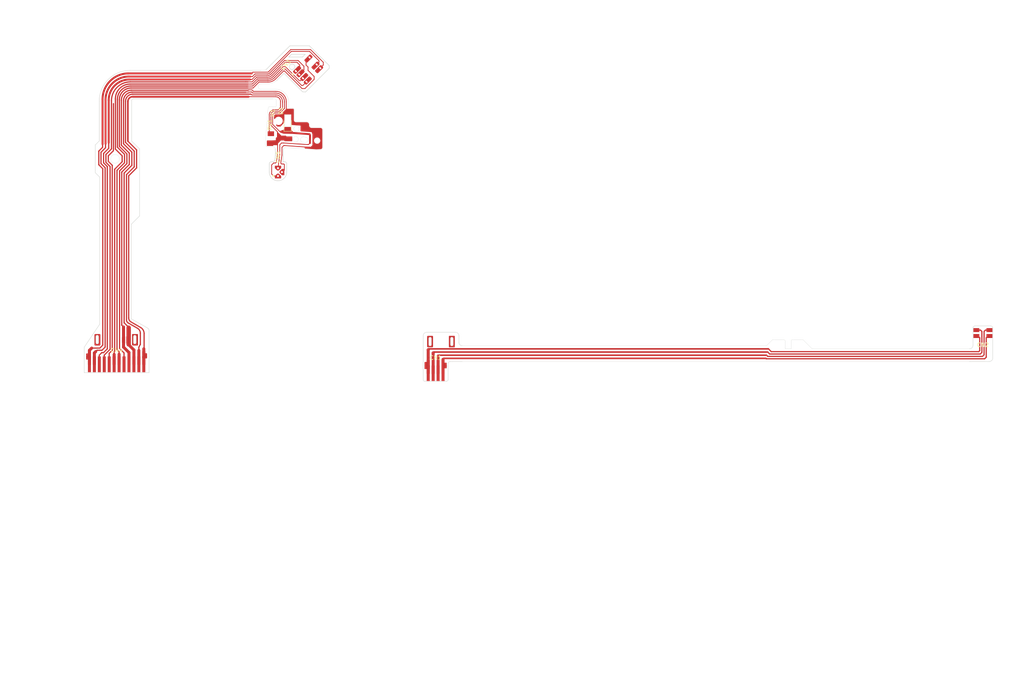
<source format=kicad_pcb>
(kicad_pcb (version 20240108) (generator "pcbnew") (generator_version "8.0")
  (title_block (title "KSS-220A Flexible PCB Reproductions") (date "2024-08-16") (rev "0.1"))
  (layers (0 "F.Cu" signal) (31 "B.Cu" signal) (34 "B.Paste" user) (35 "F.Paste" user) (36 "B.SilkS" user "B.Silkscreen") (37 "F.SilkS" user "F.Silkscreen") (38 "B.Mask" user) (39 "F.Mask" user) (44 "Edge.Cuts" user))
  (net 0 "")
  (net 1 "/B")
  (net 2 "/E")
  (net 3 "/K")
  (net 4 "/LD")
  (net 5 "/C")
  (net 6 "/D")
  (net 7 "/PD")
  (net 8 "/A")
  (net 9 "/F")
  (net 10 "Net-(CN1-Pin_4)")
  (net 11 "Net-(CN1-Pin_3)")
  (net 12 "Net-(CN1-Pin_1)")
  (net 13 "Net-(CN1-Pin_2)")
  (net 15 "/GND1")
  (net 16 "/GND3")
  (net 17 "/GND2")
  (footprint "CDR-30A:Flexible_PCB_Conn_1x4_P1.25mm" (layer "F.Cu") (at 134.55 110.15 180)
    (property "Reference" "CN1" (at 0 1.95 0) (layer "F.SilkS"))
    (property "Value" "Flex_PCB_Edge_Conn_01x4_P1.25mm")
    (fp_line (start 3.15 -3.55) (end 3.15 7.5) (stroke (width 0.1)) (layer "Edge.Cuts"))
    (fp_line (start 2.25 8.4) (end -5 8.4) (stroke (width 0.1)) (layer "Edge.Cuts"))
    (fp_line (start 1.7 6.8) (end 1.7 5.3) (stroke (width 0.1)) (layer "Edge.Cuts"))
    (fp_line (start 1.1 5.3) (end 1.1 6.8) (stroke (width 0.1)) (layer "Edge.Cuts"))
    (fp_line (start -2.7 -4) (end 2.7 -4) (stroke (width 0.1)) (layer "Edge.Cuts"))
    (fp_line (start -3.15 0.5) (end -3.15 -3.55) (stroke (width 0.1)) (layer "Edge.Cuts"))
    (fp_line (start -3.8 6.8) (end -3.8 5.3) (stroke (width 0.1)) (layer "Edge.Cuts"))
    (fp_line (start -4.4 5.3) (end -4.4 6.8) (stroke (width 0.1)) (layer "Edge.Cuts"))
    (fp_line (start -5.9 7.5) (end -5.9 5.8) (stroke (width 0.1)) (layer "Edge.Cuts"))
    (fp_line (start -6.7 1) (end -3.649999 1.000001) (stroke (width 0.1)) (layer "Edge.Cuts"))
    (fp_arc (start 3.15 7.5) (mid 2.886396 8.136396) (end 2.25 8.4) (stroke (width 0.1)) (layer "Edge.Cuts"))
    (fp_arc (start 2.7 -4) (mid 3.018198 -3.868198) (end 3.15 -3.55) (stroke (width 0.1)) (layer "Edge.Cuts"))
    (fp_arc (start 1.7 6.8) (mid 1.4 7.1) (end 1.1 6.8) (stroke (width 0.1)) (layer "Edge.Cuts"))
    (fp_arc (start 1.1 5.3) (mid 1.4 5) (end 1.7 5.3) (stroke (width 0.1)) (layer "Edge.Cuts"))
    (fp_arc (start -3.149999 0.500001) (mid -3.296446 0.853554) (end -3.649999 1.000001) (stroke (width 0.1)) (layer "Edge.Cuts"))
    (fp_arc (start -3.15 -3.55) (mid -3.018198 -3.868198) (end -2.7 -4) (stroke (width 0.1)) (layer "Edge.Cuts"))
    (fp_arc (start -3.8 6.8) (mid -4.1 7.1) (end -4.4 6.8) (stroke (width 0.1)) (layer "Edge.Cuts"))
    (fp_arc (start -4.4 5.3) (mid -4.1 5) (end -3.8 5.3) (stroke (width 0.1)) (layer "Edge.Cuts"))
    (fp_arc (start -5 8.4) (mid -5.636396 8.136396) (end -5.9 7.5) (stroke (width 0.1)) (layer "Edge.Cuts"))
    (fp_arc (start -6.7 5) (mid -6.134315 5.234315) (end -5.9 5.8) (stroke (width 0.1)) (layer "Edge.Cuts"))
    (pad "1" connect rect (at -2.15 -0.35 180) (size 1.3 0.7) (layers "F.Cu" "F.Mask") (net 12 "Net-(CN1-Pin_1)"))
    (pad "1" connect rect (at -1.875 -1.975 180) (size 0.75 3.95) (layers "F.Cu" "F.Mask") (net 12 "Net-(CN1-Pin_1)"))
    (pad "2" connect rect (at -0.625 -1.975 180) (size 0.75 3.95) (layers "F.Cu" "F.Mask") (net 13 "Net-(CN1-Pin_2)"))
    (pad "3" connect rect (at 0.625 -1.975 180) (size 0.75 3.95) (layers "F.Cu" "F.Mask") (net 11 "Net-(CN1-Pin_3)"))
    (pad "4" connect rect (at 1.875 -1.975 180) (size 0.75 3.95) (layers "F.Cu" "F.Mask") (net 10 "Net-(CN1-Pin_4)"))
    (pad "4" connect rect (at 2.15 -0.45 180) (size 1.3 0.9) (layers "F.Cu" "F.Mask") (net 10 "Net-(CN1-Pin_4)"))
  )
  (footprint "CDR-30A:Laser_Diode_Pads" (layer "F.Cu") (at 94.7 61.25 90)
    (property "Reference" "CN5" (at 3.8 0.05 90) (layer "F.SilkS"))
    (property "Value" "Laser_Diode_Flex_Conn_3P")
    (fp_line (start 2.1 -2.2) (end 0 -2.2) (stroke (width 0.12)) (layer "Edge.Cuts"))
    (fp_line (start 2.6 -1.7) (end 2.6 -1.15) (stroke (width 0.12)) (layer "Edge.Cuts"))
    (fp_line (start 2.95 -0.8) (end 2.6 -1.15) (stroke (width 0.12)) (layer "Edge.Cuts"))
    (fp_line (start 5.9 -0.65) (end 4.4 -0.65) (stroke (width 0.12)) (layer "Edge.Cuts"))
    (fp_line (start 4.4 -0.65) (end 2.95 -0.8) (stroke (width 0.12)) (layer "Edge.Cuts"))
    (fp_line (start 3.25 1.25) (end 2.6 1.25) (stroke (width 0.12)) (layer "Edge.Cuts"))
    (fp_line (start 3.25 1.25) (end 4.15 1.35) (stroke (width 0.12)) (layer "Edge.Cuts"))
    (fp_line (start 4.15 1.35) (end 5.9 1.35) (stroke (width 0.12)) (layer "Edge.Cuts"))
    (fp_line (start 2.6 1.7) (end 2.6 1.25) (stroke (width 0.12)) (layer "Edge.Cuts"))
    (fp_line (start 0 2.2) (end 2.1 2.2) (stroke (width 0.12)) (layer "Edge.Cuts"))
    (fp_arc (start 2.1 -2.2) (mid 2.453553 -2.053553) (end 2.6 -1.7) (stroke (width 0.12)) (layer "Edge.Cuts"))
    (fp_arc (start 2.6 1.7) (mid 2.453553 2.053553) (end 2.1 2.2) (stroke (width 0.12)) (layer "Edge.Cuts"))
    (fp_arc (start 0 2.2) (mid -2.2 0) (end 0 -2.2) (stroke (width 0.12)) (layer "Edge.Cuts"))
    (pad "1" thru_hole roundrect (at -1 0) (size 1.6 1.2) (drill 0.5) (layers "*.Cu" "*.Mask") (remove_unused_layers yes) (roundrect_rratio 0) (chamfer_ratio 0.5) (chamfer top_left top_right) (net 7 "/PD"))
    (pad "2" thru_hole roundrect (at 0 1 90) (size 1.6 1.2) (drill 0.5) (layers "*.Cu" "*.Mask") (remove_unused_layers yes) (roundrect_rratio 0) (chamfer_ratio 0.5) (chamfer top_left top_right) (net 17 "/GND2"))
    (pad "3" thru_hole roundrect (at 1 0 180) (size 1.6 1.2) (drill 0.5) (layers "*.Cu" "*.Mask") (remove_unused_layers yes) (roundrect_rratio 0) (chamfer_ratio 0.5) (chamfer top_left top_right) (net 4 "/LD"))
  )
  (footprint "CDR-30A:MountingHole_1.6mm_Pad" (layer "F.Cu") (at 94.85 48.3)
    (property "Reference" "H1" (at -1.5 -2 90) (layer "F.SilkS"))
    (property "Value" "MountingHole_Flex_Pad_MP")
    (pad "1" thru_hole circle (at 0 0) (size 2.3 2.3) (drill 1.6) (layers "*.Cu" "*.Mask") (remove_unused_layers yes))
  )
  (footprint "CDR-30A:Potentiometer_Flex_Pads" (layer "F.Cu") (at 94.3 52.85 90)
    (property "Reference" "RV1" (at 3.55 -1.6 90) (layer "F.SilkS"))
    (property "Value" "R_Potentiometer_Flex")
    (pad "1" smd rect (at 1.3 -1.4 90) (size 1.2 1.6) (layers "F.Cu" "F.Paste" "F.Mask") (net 16 "/GND3"))
    (pad "2" smd rect (at -1.2 -1.6 90) (size 1.2 1.6) (layers "F.Cu" "F.Paste" "F.Mask") (net 7 "/PD"))
    (pad "3" smd rect (at 0 3 90) (size 1.2 2) (layers "F.Cu" "F.Paste" "F.Mask") (net 7 "/PD"))
  )
  (footprint "CDR-30A:FLEX_SOIC-LIKE_8_3.9x4.9mm_P1.27mm" (layer "F.Cu") (at 102.3 35.35 45)
    (property "Reference" "CN3" (at -3.146625 -4.843681 45) (layer "F.SilkS"))
    (property "Value" "Photodetector_Flex_Conn")
    (fp_line (start -5.1 -3.65) (end -7.5 -3.65) (stroke (width 0.12)) (layer "Edge.Cuts"))
    (fp_line (start -4.95 -3.5) (end -5.1 -3.65) (stroke (width 0.12)) (layer "Edge.Cuts"))
    (fp_line (start -4.95 -3.5) (end -4.95 3) (stroke (width 0.12)) (layer "Edge.Cuts"))
    (fp_line (start -1.2 -5.7) (end -0.2 -5.7) (stroke (width 0.12)) (layer "Edge.Cuts"))
    (fp_line (start 1 -7.5) (end -7.5 -7.5) (stroke (width 0.12)) (layer "Edge.Cuts"))
    (fp_line (start -0.2 -5.7) (end 2.25 -3.25) (stroke (width 0.12)) (layer "Edge.Cuts"))
    (fp_line (start 1.25 -3.250001) (end -1.2 -5.7) (stroke (width 0.12)) (layer "Edge.Cuts"))
    (fp_line (start -4.95 3) (end -4.45 3.55) (stroke (width 0.12)) (layer "Edge.Cuts"))
    (fp_line (start 2.25 -3.25) (end 1.25 -3.250001) (stroke (width 0.12)) (layer "Edge.Cuts"))
    (fp_line (start -4.45 3.55) (end 4 3.55) (stroke (width 0.12)) (layer "Edge.Cuts"))
    (fp_line (start 4.5 -4.000001) (end 1 -7.5) (stroke (width 0.12)) (layer "Edge.Cuts"))
    (fp_line (start 4.5 3.05) (end 4.5 -4.000001) (stroke (width 0.12)) (layer "Edge.Cuts"))
    (fp_line (start 4 3.55) (end 4.5 3.05) (stroke (width 0.12)) (layer "Edge.Cuts"))
    (fp_circle (center -2.35 -3.35) (end -1.65 -3.35) (stroke (width 0.12)) (fill none) (layer "Edge.Cuts"))
    (pad "1" thru_hole roundrect (at -2.45 -1.905 45) (size 2.2 1) (drill oval 0.4 0.6 (offset 0.45 0)) (layers "*.Cu" "*.Mask") (remove_unused_layers yes) (net 6 "/D"))
    (pad "2" thru_hole roundrect (at 2.45 -1.905 225) (size 2.2 1) (drill oval 0.4 0.6 (offset 0.4 0)) (layers "*.Cu" "*.Mask") (remove_unused_layers yes) (net 9 "/F"))
    (pad "3" thru_hole roundrect (at -2.45 -0.7 45) (size 2.2 1) (drill oval 0.4 0.6 (offset 0.45 0)) (layers "*.Cu" "*.Mask") (remove_unused_layers yes) (net 5 "/C"))
    (pad "4" thru_hole roundrect (at 2.45 -0.7 225) (size 2.2 1) (drill oval 0.4 0.6 (offset 0.4 0)) (layers "*.Cu" "*.Mask") (remove_unused_layers yes))
    (pad "5" thru_hole roundrect (at -2.45 0.635 45) (size 2.2 1) (drill oval 0.4 0.6 (offset 0.45 0)) (layers "*.Cu" "*.Mask") (remove_unused_layers yes) (net 3 "/K"))
    (pad "6" thru_hole roundrect (at 2.45 0.63 225) (size 2.2 1) (drill oval 0.4 0.6 (offset 0.4 0)) (layers "*.Cu" "*.Mask") (remove_unused_layers yes) (net 8 "/A"))
    (pad "7" thru_hole roundrect (at -2.45 1.899999 45) (size 2.2 1) (drill oval 0.4 0.6 (offset 0.45 0)) (layers "*.Cu" "*.Mask") (remove_unused_layers yes) (net 2 "/E"))
    (pad "8" thru_hole roundrect (at 2.45 1.899999 225) (size 2.2 1) (drill oval 0.4 0.6 (offset 0.4 0)) (layers "*.Cu" "*.Mask") (remove_unused_layers yes) (net 1 "/B"))
  )
  (footprint "CDR-30A:Flexible_PCB_Conn_1x12_P1.25mm" (layer "F.Cu") (at 53.9 107.85 180)
    (property "Reference" "CN4" (at 0 1.5 0) (layer "F.SilkS"))
    (property "Value" "Flex_PCB_Edge_Conn_01x12_P1.25mm")
    (fp_line (start 8.2 -4.1) (end 8.2 2.3) (stroke (width 0.1)) (layer "Edge.Cuts"))
    (fp_line (start 5.4 53.45) (end 5.4 46.45) (stroke (width 0.1)) (layer "Edge.Cuts"))
    (fp_line (start 5.4 46.45) (end 4.3 45.35) (stroke (width 0.1)) (layer "Edge.Cuts"))
    (fp_line (start 5.2 5) (end 5.2 3.5) (stroke (width 0.1)) (layer "Edge.Cuts"))
    (fp_line (start 4.6 3.5) (end 4.6 5) (stroke (width 0.1)) (layer "Edge.Cuts"))
    (fp_line (start 4.4 64.5) (end 4.4 54.45) (stroke (width 0.1)) (layer "Edge.Cuts"))
    (fp_line (start 4.4 54.45) (end 5.4 53.45) (stroke (width 0.1)) (layer "Edge.Cuts"))
    (fp_line (start 4.3 45.35) (end 4.3 8.1) (stroke (width 0.1)) (layer "Edge.Cuts"))
    (fp_line (start 4.3 8.1) (end 8.199957 2.29997) (stroke (width 0.1)) (layer "Edge.Cuts"))
    (fp_line (start -3.7 33.4) (end -5.8 35.5) (stroke (width 0.1)) (layer "Edge.Cuts"))
    (fp_line (start -3.7 9.5) (end -3.7 33.4) (stroke (width 0.1)) (layer "Edge.Cuts"))
    (fp_line (start -3.8 54.45) (end -3.8 64.65) (stroke (width 0.1)) (layer "Edge.Cuts"))
    (fp_line (start -4.25 65.1) (end -39.5 65.1) (stroke (width 0.1)) (layer "Edge.Cuts"))
    (fp_line (start -4.3 5) (end -4.3 3.5) (stroke (width 0.1)) (layer "Edge.Cuts"))
    (fp_line (start -4.9 3.5) (end -4.9 5) (stroke (width 0.1)) (layer "Edge.Cuts"))
    (fp_line (start -5.8 52.45) (end -3.8 54.45) (stroke (width 0.1)) (layer "Edge.Cuts"))
    (fp_line (start -5.8 35.5) (end -5.8 52.45) (stroke (width 0.1)) (layer "Edge.Cuts"))
    (fp_line (start -7.7 7.25) (end -3.7 9.5) (stroke (width 0.1)) (layer "Edge.Cuts"))
    (fp_line (start -8.04177 6.993267) (end -7.7 7.25) (stroke (width 0.1)) (layer "Edge.Cuts"))
    (fp_line (start -8.2 6.55) (end -8.2 -4.1) (stroke (width 0.1)) (layer "Edge.Cuts"))
    (fp_line (start -8.2 -4.1) (end 8.2 -4.1) (stroke (width 0.1)) (layer "Edge.Cuts"))
    (fp_line (start -36.5 72.3) (end -3.4 72.3) (stroke (width 0.1)) (layer "Edge.Cuts"))
    (fp_arc (start 5.2 5) (mid 4.9 5.3) (end 4.6 5) (stroke (width 0.1)) (layer "Edge.Cuts"))
    (fp_arc (start 4.6 3.5) (mid 4.9 3.2) (end 5.2 3.5) (stroke (width 0.1)) (layer "Edge.Cuts"))
    (fp_arc (start 4.4 64.5) (mid 2.115433 70.015433) (end -3.4 72.3) (stroke (width 0.1)) (layer "Edge.Cuts"))
    (fp_arc (start -3.8 64.65) (mid -3.931802 64.968198) (end -4.25 65.1) (stroke (width 0.1)) (layer "Edge.Cuts"))
    (fp_arc (start -4.3 5) (mid -4.6 5.3) (end -4.9 5) (stroke (width 0.1)) (layer "Edge.Cuts"))
    (fp_arc (start -4.9 3.5) (mid -4.6 3.2) (end -4.3 3.5) (stroke (width 0.1)) (layer "Edge.Cuts"))
    (fp_arc (start -8.04177 6.993267) (mid -8.159257 6.785331) (end -8.2 6.55) (stroke (width 0.1)) (layer "Edge.Cuts"))
    (fp_circle (center 0.4 49.95) (end 0.4 51.05) (stroke (width 0.05)) (fill none) (layer "Edge.Cuts"))
    (pad "1" connect rect (at -7.1 -0.25 180) (size 1.2 0.5) (layers "F.Cu" "F.Mask") (net 16 "/GND3"))
    (pad "1" connect rect (at -6.875 -2 180) (size 0.75 4) (layers "F.Cu" "F.Mask") (net 16 "/GND3"))
    (pad "2" connect rect (at -5.625 -2 180) (size 0.75 4) (layers "F.Cu" "F.Mask") (net 7 "/PD"))
    (pad "3" connect rect (at -4.375 -2 180) (size 0.75 4) (layers "F.Cu" "F.Mask") (net 4 "/LD"))
    (pad "3" smd trapezoid (at -2.85 4.15) (size 0.8 1.6) (rect_delta 0.2 0) (layers "F.Cu" "F.Paste" "F.Mask") (net 4 "/LD"))
    (pad "4" connect rect (at -3.125 -2 180) (size 0.75 4) (layers "F.Cu" "F.Mask") (net 17 "/GND2"))
    (pad "4" smd trapezoid (at -1.75 4.15 180) (size 0.8 1.6) (rect_delta 0.2 0) (layers "F.Cu" "F.Paste" "F.Mask") (net 17 "/GND2"))
    (pad "5" connect rect (at -1.875 -2 180) (size 0.75 4) (layers "F.Cu" "F.Mask") (net 9 "/F"))
    (pad "6" connect rect (at -0.625 -2 180) (size 0.75 4) (layers "F.Cu" "F.Mask") (net 2 "/E"))
    (pad "7" connect rect (at 0.625 -2 180) (size 0.75 4) (layers "F.Cu" "F.Mask") (net 3 "/K"))
    (pad "8" connect rect (at 1.875 -2 180) (size 0.75 4) (layers "F.Cu" "F.Mask") (net 15 "/GND1"))
    (pad "9" connect rect (at 3.125 -2 180) (size 0.75 4) (layers "F.Cu" "F.Mask") (net 6 "/D"))
    (pad "10" connect rect (at 4.375 -2 180) (size 0.75 4) (layers "F.Cu" "F.Mask") (net 5 "/C"))
    (pad "11" connect rect (at 5.625 -2 180) (size 0.75 4) (layers "F.Cu" "F.Mask") (net 8 "/A"))
    (pad "12" connect rect (at 6.875 -2 180) (size 0.75 4) (layers "F.Cu" "F.Mask") (net 1 "/B"))
    (pad "12" connect rect (at 7.1 -0.4 180) (size 1.2 0.8) (layers "F.Cu" "F.Mask") (net 1 "/B"))
  )
  (footprint "CDR-30A:Diode_Flex_Pads" (layer "F.Cu") (at 97.15 48.25 90)
    (property "Reference" "D1" (at 2.475 -1.7 90) (layer "F.SilkS"))
    (property "Value" "Diode_Flex")
    (pad "1" smd roundrect (at -2.1 0 270) (size 1 1.7) (layers "F.Cu" "F.Paste" "F.Mask") (roundrect_rratio 0.1785714286) (net 4 "/LD"))
    (pad "2" smd roundrect (at 2.1 0 90) (size 1 1.7) (layers "F.Cu" "F.Paste" "F.Mask") (roundrect_rratio 0.1785714286) (net 17 "/GND2"))
  )
  (footprint "CDR-30A:Focus_Tracking_Coil_Pads" (layer "F.Cu") (at 272.9 101.95)
    (property "Reference" "CN2" (at 0 3 0) (layer "F.SilkS"))
    (property "Value" "Focus_Tracking_Coil_Pads")
    (fp_line (start -2.5 3.1) (end -2.500001 -1.300001) (stroke (width 0.1)) (layer "Edge.Cuts"))
    (fp_line (start -2.000001 -1.800001) (end 2 -1.8) (stroke (width 0.1)) (layer "Edge.Cuts"))
    (fp_line (start 1.6 7.2) (end -3.4 7.2) (stroke (width 0.1)) (layer "Edge.Cuts"))
    (fp_line (start 2.5 -1.3) (end 2.5 6.3) (stroke (width 0.1)) (layer "Edge.Cuts"))
    (fp_arc (start -2.500001 -1.300001) (mid -2.353554 -1.653554) (end -2.000001 -1.800001) (stroke (width 0.1)) (layer "Edge.Cuts"))
    (fp_arc (start -2.5 3.1) (mid -2.763604 3.736396) (end -3.4 4) (stroke (width 0.1)) (layer "Edge.Cuts"))
    (fp_arc (start 2 -1.8) (mid 2.353553 -1.653553) (end 2.5 -1.3) (stroke (width 0.1)) (layer "Edge.Cuts"))
    (fp_arc (start 2.5 6.3) (mid 2.236395 6.936395) (end 1.6 7.2) (stroke (width 0.1)) (layer "Edge.Cuts"))
    (pad "1" smd rect (at 1.65 0.75) (size 1.5 1) (layers "F.Cu" "F.Paste" "F.Mask") (net 12 "Net-(CN1-Pin_1)"))
    (pad "2" smd rect (at 1.65 -0.75) (size 1.5 1) (layers "F.Cu" "F.Paste" "F.Mask") (net 13 "Net-(CN1-Pin_2)"))
    (pad "3" smd rect (at -1.65 -0.75) (size 1.5 1) (layers "F.Cu" "F.Paste" "F.Mask") (net 11 "Net-(CN1-Pin_3)"))
    (pad "4" smd rect (at -1.65 0.75) (size 1.5 1) (layers "F.Cu" "F.Paste" "F.Mask") (net 10 "Net-(CN1-Pin_4)"))
  )
  (gr_line (start 92.4 44.75) (end 92.2 45.15) (stroke (width 0.05)) (layer "Edge.Cuts"))
  (gr_arc (start 103.2 50) (mid 102.811091 49.838909) (end 102.65 49.45) (stroke (width 0.05)) (layer "Edge.Cuts"))
  (gr_line (start 94 44.75) (end 92.4 44.75) (stroke (width 0.05)) (layer "Edge.Cuts"))
  (gr_circle (center 99.15 52.95) (end 99.85 52.95) (stroke (width 0.05)) (fill none) (layer "Edge.Cuts"))
  (gr_line (start 219.7 103.65) (end 218.2 105.15) (stroke (width 0.05)) (layer "Edge.Cuts"))
  (gr_line (start 141.25 109.15) (end 269.5 109.15) (stroke (width 0.05)) (layer "Edge.Cuts"))
  (gr_line (start 105.45 50) (end 103.2 50) (stroke (width 0.05)) (layer "Edge.Cuts"))
  (gr_circle (center 99.4 50.3) (end 100.1 50.3) (stroke (width 0.05)) (fill none) (layer "Edge.Cuts"))
  (gr_arc (start 97.7 45.05) (mid 97.487868 44.962132) (end 97.4 44.75) (stroke (width 0.05)) (layer "Edge.Cuts"))
  (gr_line (start 106 55.05) (end 106 50.55) (stroke (width 0.05)) (layer "Edge.Cuts"))
  (gr_line (start 229.75 105.95) (end 227.45 103.65) (stroke (width 0.05)) (layer "Edge.Cuts"))
  (gr_circle (center 104.6 53.3) (end 105.3 53.3) (stroke (width 0.05)) (fill none) (layer "Edge.Cuts"))
  (gr_line (start 96.05 55.35) (end 96.5 55.05) (stroke (width 0.05)) (layer "Edge.Cuts"))
  (gr_line (start 222.55 103.65) (end 219.7 103.65) (stroke (width 0.05)) (layer "Edge.Cuts"))
  (gr_line (start 93.4 42.75) (end 93.9 42.75) (stroke (width 0.05)) (layer "Edge.Cuts"))
  (gr_line (start 90.4 38.95) (end 91.85 38.95) (stroke (width 0.05)) (layer "Edge.Cuts"))
  (gr_line (start 96.5 55.05) (end 104.4 55.6) (stroke (width 0.05)) (layer "Edge.Cuts"))
  (gr_line (start 227.45 103.65) (end 224.65 103.65) (stroke (width 0.05)) (layer "Edge.Cuts"))
  (gr_line (start 92.2 45.15) (end 91.5 54.1) (stroke (width 0.05)) (layer "Edge.Cuts"))
  (gr_arc (start 224.45 103.85) (mid 224.508579 103.708579) (end 224.65 103.65) (stroke (width 0.05)) (layer "Edge.Cuts"))
  (gr_line (start 98.35 45.05) (end 97.7 45.05) (stroke (width 0.05)) (layer "Edge.Cuts"))
  (gr_line (start 97.4 43.55) (end 97.4 44.35) (stroke (width 0.05)) (layer "Edge.Cuts"))
  (gr_line (start 101.95 48.55) (end 99.250001 48.549999) (stroke (width 0.05)) (layer "Edge.Cuts"))
  (gr_line (start 97.4 44.35) (end 97.4 44.75) (stroke (width 0.05)) (layer "Edge.Cuts"))
  (gr_arc (start 101.95 48.55) (mid 102.444975 48.755025) (end 102.65 49.25) (stroke (width 0.05)) (layer "Edge.Cuts"))
  (gr_arc (start 94.25 44.5) (mid 94.176777 44.676777) (end 94 44.75) (stroke (width 0.05)) (layer "Edge.Cuts"))
  (gr_arc (start 92.2 54.9) (mid 91.668493 54.658819) (end 91.5 54.1) (stroke (width 0.05)) (layer "Edge.Cuts"))
  (gr_line (start 224.45 105.95) (end 222.95 105.95) (stroke (width 0.05)) (layer "Edge.Cuts"))
  (gr_line (start 222.95 105.95) (end 222.95 104.05) (stroke (width 0.05)) (layer "Edge.Cuts"))
  (gr_arc (start 106 55.05) (mid 105.86003 55.376527) (end 105.55 55.55) (stroke (width 0.05)) (layer "Edge.Cuts"))
  (gr_line (start 98.800002 48.1) (end 98.8 45.5) (stroke (width 0.05)) (layer "Edge.Cuts"))
  (gr_arc (start 101.6 52.4) (mid 102.3 53.1) (end 101.6 53.8) (stroke (width 0.05)) (layer "Edge.Cuts"))
  (gr_arc (start 94.2 40.35) (mid 96.462742 41.287258) (end 97.4 43.55) (stroke (width 0.05)) (layer "Edge.Cuts"))
  (gr_arc (start 222.55 103.65) (mid 222.832843 103.767157) (end 222.95 104.05) (stroke (width 0.05)) (layer "Edge.Cuts"))
  (gr_line (start 224.45 103.85) (end 224.45 105.95) (stroke (width 0.05)) (layer "Edge.Cuts"))
  (gr_arc (start 101.1 53.75) (mid 100.4 53.05) (end 101.1 52.35) (stroke (width 0.05)) (layer "Edge.Cuts"))
  (gr_line (start 92.2 54.9) (end 93.85 54.9) (stroke (width 0.05)) (layer "Edge.Cuts"))
  (gr_line (start 218.2 105.15) (end 141.25 105.15) (stroke (width 0.05)) (layer "Edge.Cuts"))
  (gr_line (start 104.4 55.6) (end 105.55 55.55) (stroke (width 0.05)) (layer "Edge.Cuts"))
  (gr_line (start 102.65 49.45) (end 102.65 49.25) (stroke (width 0.05)) (layer "Edge.Cuts"))
  (gr_arc (start 99.250001 48.549999) (mid 98.931803 48.418198) (end 98.800002 48.1) (stroke (width 0.05)) (layer "Edge.Cuts"))
  (gr_line (start 269.5 105.95) (end 229.75 105.95) (stroke (width 0.05)) (layer "Edge.Cuts"))
  (gr_rect (start 96.4 46.75) (end 97.95 49.75) (stroke (width 0.05)) (fill none) (layer "Edge.Cuts"))
  (gr_arc (start 94.415759 38.072361) (mid 93.206585 38.726658) (end 91.85 38.95) (stroke (width 0.05)) (layer "Edge.Cuts"))
  (gr_arc (start 91.693398 35.35) (mid 91.054444 35.500086) (end 90.4 35.55) (stroke (width 0.05)) (layer "Edge.Cuts"))
  (gr_line (start 101.1 52.35) (end 101.6 52.4) (stroke (width 0.05)) (layer "Edge.Cuts"))
  (gr_line (start 94.25 43.1) (end 94.25 44.5) (stroke (width 0.05)) (layer "Edge.Cuts"))
  (gr_line (start 101.1 53.75) (end 101.6 53.8) (stroke (width 0.05)) (layer "Edge.Cuts"))
  (gr_arc (start 98.35 45.050001) (mid 98.668198 45.181802) (end 98.799999 45.5) (stroke (width 0.05)) (layer "Edge.Cuts"))
  (gr_arc (start 105.45 50) (mid 105.838909 50.161091) (end 106 50.55) (stroke (width 0.05)) (layer "Edge.Cuts"))
  (gr_arc (start 90.4 40.35) (mid 89.7 39.65) (end 90.4 38.95) (stroke (width 0.05)) (layer "Edge.Cuts"))
  (gr_line (start 93.85 54.9) (end 94.05 55.35) (stroke (width 0.05)) (layer "Edge.Cuts"))
  (gr_line (start 94.2 40.35) (end 90.4 40.35) (stroke (width 0.05)) (layer "Edge.Cuts"))
  (gr_arc (start 93.9 42.75) (mid 94.147487 42.852513) (end 94.25 43.1) (stroke (width 0.05)) (layer "Edge.Cuts"))
  (segment (start 47.6 105.75) (end 47.025 106.325) (width 0.75) (layer "F.Cu") (net 1))
  (segment (start 88.35 36) (end 92.2 36) (width 0.2) (layer "F.Cu") (net 1))
  (segment (start 47.6 105.75) (end 49.65 105.75) (width 0.3) (layer "F.Cu") (net 1))
  (segment (start 106.137005 34.2) (end 105.375914 34.961091) (width 0.2) (layer "F.Cu") (net 1))
  (segment (start 50.35 42.845518) (end 50.35 54.2) (width 0.5) (layer "F.Cu") (net 1))
  (segment (start 49.4 59.4) (end 49.4 55.95) (width 0.3) (layer "F.Cu") (net 1))
  (segment (start 88.04242 36.30758) (end 88.35 36) (width 0.2) (layer "F.Cu") (net 1))
  (segment (start 56.846016 36.30758) (end 56.636191 36.315565) (width 0.5) (layer "F.Cu") (net 1))
  (segment (start 106.15 34.2) (end 106.137005 34.2) (width 0.2) (layer "F.Cu") (net 1))
  (segment (start 106.15 33.5) (end 106.15 34.2) (width 0.2) (layer "F.Cu") (net 1))
  (segment (start 50.35 55) (end 50.35 54.2) (width 0.3) (layer "F.Cu") (net 1))
  (segment (start 47.025 106.325) (end 47.025 109.85) (width 0.75) (layer "F.Cu") (net 1))
  (segment (start 102.95 30.3) (end 106.15 33.5) (width 0.2) (layer "F.Cu") (net 1))
  (segment (start 88.04242 36.30758) (end 56.846016 36.30758) (width 0.5) (layer "F.Cu") (net 1))
  (segment (start 50.4 105) (end 50.4 60.4) (width 0.3) (layer "F.Cu") (net 1))
  (segment (start 50.4 60.4) (end 49.4 59.4) (width 0.3) (layer "F.Cu") (net 1))
  (segment (start 97.9 30.3) (end 102.95 30.3) (width 0.2) (layer "F.Cu") (net 1))
  (segment (start 49.65 105.75) (end 50.4 105) (width 0.3) (layer "F.Cu") (net 1))
  (segment (start 49.4 55.95) (end 50.35 55) (width 0.3) (layer "F.Cu") (net 1))
  (segment (start 92.2 36) (end 97.9 30.3) (width 0.2) (layer "F.Cu") (net 1))
  (arc (start 56.636191 36.315565) (mid 52.17693 38.313508) (end 50.35 42.845518) (width 0.5) (layer "F.Cu") (net 1))
  (segment (start 96.513604 35.2) (end 100.663604 39.35) (width 0.2) (layer "F.Cu") (net 2))
  (segment (start 86.75 39.5) (end 87.1 39.5) (width 0.3) (layer "F.Cu") (net 2))
  (segment (start 93.798829 37.401171) (end 96 35.2) (width 0.2) (layer "F.Cu") (net 2))
  (segment (start 55.9 56.757106) (end 54.1 54.957106) (width 0.3) (layer "F.Cu") (net 2))
  (segment (start 87.1 39.5) (end 88.3 39.5) (width 0.2) (layer "F.Cu") (net 2))
  (segment (start 89.7 38.1) (end 92.111706 38.1) (width 0.2) (layer "F.Cu") (net 2))
  (segment (start 57.499535 39.5) (end 86.75 39.5) (width 0.3) (layer "F.Cu") (net 2))
  (segment (start 54.525 107.3) (end 54.525 106.675) (width 0.3) (layer "F.Cu") (net 2))
  (segment (start 100.663604 39.35) (end 100.987005 39.35) (width 0.2) (layer "F.Cu") (net 2))
  (segment (start 54.525 109.85) (end 54.525 107.3) (width 0.75) (layer "F.Cu") (net 2))
  (segment (start 88.3 39.5) (end 89.7 38.1) (width 0.2) (layer "F.Cu") (net 2))
  (segment (start 96 35.2) (end 96.513604 35.2) (width 0.2) (layer "F.Cu") (net 2))
  (segment (start 54.525 106.675) (end 54 106.15) (width 0.3) (layer "F.Cu") (net 2))
  (segment (start 100.987005 39.35) (end 101.911091 38.425914) (width 0.2) (layer "F.Cu") (net 2))
  (segment (start 54 60.8) (end 55.9 58.9) (width 0.3) (layer "F.Cu") (net 2))
  (segment (start 55.9 58.9) (end 55.9 56.757106) (width 0.3) (layer "F.Cu") (net 2))
  (segment (start 54 106.15) (end 54 60.8) (width 0.3) (layer "F.Cu") (net 2))
  (segment (start 54.1 54.957106) (end 54.1 42.899535) (width 0.3) (layer "F.Cu") (net 2))
  (arc (start 54.1 42.899535) (mid 55.095701 40.495701) (end 57.499535 39.5) (width 0.3) (layer "F.Cu") (net 2))
  (arc (start 92.111706 38.1) (mid 93.02477 37.91838) (end 93.798829 37.401171) (width 0.2) (layer "F.Cu") (net 2))
  (segment (start 88.2 39) (end 89.5 37.7) (width 0.2) (layer "F.Cu") (net 3))
  (segment (start 53.275 109.85) (end 53.275 107.35) (width 0.75) (layer "F.Cu") (net 3))
  (segment (start 53.4 106.5) (end 53.275 106.625) (width 0.3) (layer "F.Cu") (net 3))
  (segment (start 87.1 39) (end 57.332548 39) (width 0.3) (layer "F.Cu") (net 3))
  (segment (start 55.3 57.15) (end 55.3 58.65) (width 0.3) (layer "F.Cu") (net 3))
  (segment (start 100.398025 38.15) (end 101.016601 37.531424) (width 0.2) (layer "F.Cu") (net 3))
  (segment (start 96 34.6) (end 96.55 34.6) (width 0.2) (layer "F.Cu") (net 3))
  (segment (start 53.6 55.45) (end 55.3 57.15) (width 0.3) (layer "F.Cu") (net 3))
  (segment (start 100.1 38.15) (end 100.398025 38.15) (width 0.2) (layer "F.Cu") (net 3))
  (segment (start 53.4 60.55) (end 53.4 106.5) (width 0.3) (layer "F.Cu") (net 3))
  (segment (start 93.488246 37.111754) (end 96 34.6) (width 0.2) (layer "F.Cu") (net 3))
  (segment (start 87.1 39) (end 88.2 39) (width 0.2) (layer "F.Cu") (net 3))
  (segment (start 53.6 42.732548) (end 53.6 55.45) (width 0.3) (layer "F.Cu") (net 3))
  (segment (start 89.5 37.7) (end 92.068095 37.7) (width 0.2) (layer "F.Cu") (net 3))
  (segment (start 53.275 106.625) (end 53.275 107.35) (width 0.3) (layer "F.Cu") (net 3))
  (segment (start 96.55 34.6) (end 100.1 38.15) (width 0.2) (layer "F.Cu") (net 3))
  (segment (start 55.3 58.65) (end 53.4 60.55) (width 0.3) (layer "F.Cu") (net 3))
  (arc (start 92.068095 37.7) (mid 92.836675 37.54712) (end 93.488246 37.111754) (width 0.2) (layer "F.Cu") (net 3))
  (arc (start 57.332548 39) (mid 54.693238 40.093238) (end 53.6 42.732548) (width 0.3) (layer "F.Cu") (net 3))
  (segment (start 55.8 99.35) (end 55.8 61.5) (width 0.3) (layer "F.Cu") (net 4))
  (segment (start 55.65 54.1) (end 55.65 43.228989) (width 0.3) (layer "F.Cu") (net 4))
  (segment (start 56.95 100.5) (end 55.8 99.35) (width 0.3) (layer "F.Cu") (net 4))
  (segment (start 93.75 41.3) (end 94.134141 41.3) (width 0.2) (layer "F.Cu") (net 4))
  (segment (start 102.1 54.3) (end 102.4 54.3) (width 0.2) (layer "F.Cu") (net 4))
  (segment (start 94.7 60.25) (end 95.15 56.8) (width 0.2) (layer "F.Cu") (net 4))
  (segment (start 57.75 56.2) (end 55.65 54.1) (width 0.3) (layer "F.Cu") (net 4))
  (segment (start 88.35 41.3) (end 93.75 41.3) (width 0.2) (layer "F.Cu") (net 4))
  (segment (start 87.15 41.05) (end 87.2 41) (width 0.2) (layer "F.Cu") (net 4))
  (segment (start 88.05 41) (end 88.35 41.3) (width 0.2) (layer "F.Cu") (net 4))
  (segment (start 56.95 104.9) (end 56.95 104.8) (width 0.75) (layer "F.Cu") (net 4))
  (segment (start 95.6 53.9) (end 96.1 53.9) (width 0.2) (layer "F.Cu") (net 4))
  (segment (start 96.35 43.515859) (end 96.35 45.15) (width 0.2) (layer "F.Cu") (net 4))
  (segment (start 57.75 59.55) (end 57.75 56.2) (width 0.3) (layer "F.Cu") (net 4))
  (segment (start 58.275 106.225) (end 56.95 104.9) (width 0.75) (layer "F.Cu") (net 4))
  (segment (start 95.3 51.15) (end 96.8 51.15) (width 0.2) (layer "F.Cu") (net 4))
  (segment (start 58.275 109.85) (end 58.275 106.225) (width 0.75) (layer "F.Cu") (net 4))
  (segment (start 93.35 46.976056) (end 93.35 49.2) (width 0.2) (layer "F.Cu") (net 4))
  (segment (start 55.8 61.5) (end 57.75 59.55) (width 0.3) (layer "F.Cu") (net 4))
  (segment (start 95.2 46.3) (end 94.026056 46.3) (width 0.2) (layer "F.Cu") (net 4))
  (segment (start 56.95 104.8) (end 56.95 100.6) (width 1.1) (layer "F.Cu") (net 4))
  (segment (start 93.35 49.2) (end 95.3 51.15) (width 0.2) (layer "F.Cu") (net 4))
  (segment (start 56.95 100.6) (end 56.95 100.5) (width 0.3) (layer "F.Cu") (net 4))
  (segment (start 95.15 56.8) (end 95.15 54.35) (width 0.2) (layer "F.Cu") (net 4))
  (segment (start 96.35 45.15) (end 95.2 46.3) (width 0.2) (layer "F.Cu") (net 4))
  (segment (start 96.1 53.9) (end 102.1 54.3) (width 0.2) (layer "F.Cu") (net 4))
  (segment (start 95.15 54.35) (end 95.6 53.9) (width 0.2) (layer "F.Cu") (net 4))
  (segment (start 102.4 54.3) (end 102.75 53.95) (width 0.2) (layer "F.Cu") (net 4))
  (segment (start 96.8 51.15) (end 96.8 50.4) (width 0.2) (layer "F.Cu") (net 4))
  (segment (start 57.828989 41.05) (end 86.55 41.05) (width 0.3) (layer "F.Cu") (net 4))
  (segment (start 102.75 53.95) (end 102.75 53.85) (width 0.2) (layer "F.Cu") (net 4))
  (segment (start 87.2 41) (end 88.05 41) (width 0.2) (layer "F.Cu") (net 4))
  (segment (start 86.55 41.05) (end 87.15 41.05) (width 0.2) (layer "F.Cu") (net 4))
  (arc (start 94.026056 46.3) (mid 93.548012 46.498012) (end 93.35 46.976056) (width 0.2) (layer "F.Cu") (net 4))
  (arc (start 55.65 43.228989) (mid 56.288211 41.688211) (end 57.828989 41.05) (width 0.3) (layer "F.Cu") (net 4))
  (arc (start 94.134141 41.3) (mid 95.70099 41.94901) (end 96.35 43.515859) (width 0.2) (layer "F.Cu") (net 4))
  (segment (start 101.25 35.410051) (end 100.072614 36.587437) (width 0.2) (layer "F.Cu") (net 5))
  (segment (start 50.6 106.9) (end 51.55 105.95) (width 0.3) (layer "F.Cu") (net 5))
  (segment (start 99.8 33.05) (end 101.25 34.5) (width 0.2) (layer "F.Cu") (net 5))
  (segment (start 50.6 58.907106) (end 50.6 56.55) (width 0.3) (layer "F.Cu") (net 5))
  (segment (start 51.55 105.95) (end 51.55 59.857106) (width 0.3) (layer "F.Cu") (net 5))
  (segment (start 57.12606 37.85) (end 87.6 37.85) (width 0.5) (layer "F.Cu") (net 5))
  (segment (start 87.6 37.85) (end 88.125 37.85) (width 0.2) (layer "F.Cu") (net 5))
  (segment (start 49.525 109.85) (end 49.525 107.525) (width 0.3) (layer "F.Cu") (net 5))
  (segment (start 50.15 106.9) (end 50.6 106.9) (width 0.3) (layer "F.Cu") (net 5))
  (segment (start 101.25 35.810051) (end 100.095837 36.964214) (width 0.25) (layer "F.Cu") (net 5))
  (segment (start 89.075 36.9) (end 91.855642 36.9) (width 0.2) (layer "F.Cu") (net 5))
  (segment (start 51.9 55.25) (end 51.9 53.85) (width 0.3) (layer "F.Cu") (net 5))
  (segment (start 92.95563 36.44437) (end 96.35 33.05) (width 0.2) (layer "F.Cu") (net 5))
  (segment (start 96.35 33.05) (end 99.8 33.05) (width 0.2) (layer "F.Cu") (net 5))
  (segment (start 88.125 37.85) (end 89.075 36.9) (width 0.2) (layer "F.Cu") (net 5))
  (segment (start 50.6 56.55) (end 51.9 55.25) (width 0.3) (layer "F.Cu") (net 5))
  (segment (start 101.25 34.5) (end 101.25 35.410051) (width 0.2) (layer "F.Cu") (net 5))
  (segment (start 51.55 59.857106) (end 50.6 58.907106) (width 0.3) (layer "F.Cu") (net 5))
  (segment (start 51.9 53.85) (end 51.9 43.07606) (width 0.5) (layer "F.Cu") (net 5))
  (segment (start 49.525 107.525) (end 50.15 106.9) (width 0.3) (layer "F.Cu") (net 5))
  (arc (start 91.855642 36.9) (mid 92.450951 36.781586) (end 92.95563 36.44437) (width 0.2) (layer "F.Cu") (net 5))
  (arc (start 57.12606 37.85) (mid 53.430678 39.380678) (end 51.9 43.07606) (width 0.5) (layer "F.Cu") (net 5))
  (segment (start 50.775 109.85) (end 50.775 107.525) (width 0.3) (layer "F.Cu") (net 6))
  (segment (start 89.3 37.3) (end 91.987985 37.3) (width 0.2) (layer "F.Cu") (net 6))
  (segment (start 87.1 38.45) (end 88.15 38.45) (width 0.2) (layer "F.Cu") (net 6))
  (segment (start 52.25 106.05) (end 52.25 59.85) (width 0.3) (layer "F.Cu") (net 6))
  (segment (start 100.2 34.755923) (end 99.22055 35.735373) (width 0.2) (layer "F.Cu") (net 6))
  (segment (start 99.5 33.5) (end 100.2 34.2) (width 0.2) (layer "F.Cu") (net 6))
  (segment (start 51.2 56.8) (end 52.6 55.4) (width 0.3) (layer "F.Cu") (net 6))
  (segment (start 93.203471 36.796529) (end 96.5 33.5) (width 0.2) (layer "F.Cu") (net 6))
  (segment (start 50.775 107.525) (end 52.25 106.05) (width 0.3) (layer "F.Cu") (net 6))
  (segment (start 100.2 34.2) (end 100.2 34.755923) (width 0.2) (layer "F.Cu") (net 6))
  (segment (start 96.5 33.5) (end 99.5 33.5) (width 0.2) (layer "F.Cu") (net 6))
  (segment (start 99.62055 35.735373) (end 99.22055 35.735373) (width 0.2) (layer "F.Cu") (net 6))
  (segment (start 52.6 55.4) (end 52.6 43.225009) (width 0.3) (layer "F.Cu") (net 6))
  (segment (start 57.375009 38.45) (end 86.55 38.45) (width 0.3) (layer "F.Cu") (net 6))
  (segment (start 52.25 59.85) (end 51.2 58.8) (width 0.3) (layer "F.Cu") (net 6))
  (segment (start 86.55 38.45) (end 87.1 38.45) (width 0.3) (layer "F.Cu") (net 6))
  (segment (start 88.15 38.45) (end 89.3 37.3) (width 0.2) (layer "F.Cu") (net 6))
  (segment (start 51.2 58.8) (end 51.2 56.8) (width 0.3) (layer "F.Cu") (net 6))
  (arc (start 91.987985 37.3) (mid 92.645801 37.169152) (end 93.203471 36.796529) (width 0.2) (layer "F.Cu") (net 6))
  (arc (start 52.6 43.225009) (mid 53.998568 39.848568) (end 57.375009 38.45) (width 0.3) (layer "F.Cu") (net 6))
  (segment (start 93.1 61.75) (end 93.1 59.45) (width 0.2) (layer "F.Cu") (net 7))
  (segment (start 59.9 104.8) (end 59.9 101.986577) (width 0.3) (layer "F.Cu") (net 7))
  (segment (start 94.3 58.75) (end 94.6 56.65) (width 0.2) (layer "F.Cu") (net 7))
  (segment (start 94.7 62.25) (end 93.6 62.25) (width 0.2) (layer "F.Cu") (net 7))
  (segment (start 94.6 52.9) (end 94.8 52.7) (width 0.2) (layer "F.Cu") (net 7))
  (segment (start 57.991091 41.55) (end 87.8 41.55) (width 0.3) (layer "F.Cu") (net 7))
  (segment (start 95.82689 43.326829) (end 95.85 43.66876) (width 0.2) (layer "F.Cu") (net 7))
  (segment (start 95.85 43.66876) (end 95.85 45.084314) (width 0.2) (layer "F.Cu") (net 7))
  (segment (start 56.4 98.616546) (end 56.4 61.9) (width 0.3) (layer "F.Cu") (net 7))
  (segment (start 94.1 58.95) (end 94.3 58.75) (width 0.2) (layer "F.Cu") (net 7))
  (segment (start 87.9 41.55) (end 88.1 41.75) (width 0.2) (layer "F.Cu") (net 7))
  (segment (start 94.55 52.45) (end 94.8 52.7) (width 0.2) (layer "F.Cu") (net 7))
  (segment (start 59.525 105.525) (end 59.9 104.8) (width 0.3) (layer "F.Cu") (net 7))
  (segment (start 59.525 106.35) (end 59.525 105.525) (width 0.3) (layer "F.Cu") (net 7))
  (segment (start 59.173648 100.734942) (end 56.863168 99.414668) (width 0.3) (layer "F.Cu") (net 7))
  (segment (start 94.6 56.65) (end 94.6 52.9) (width 0.2) (layer "F.Cu") (net 7))
  (segment (start 95.85 45.084314) (end 95.034314 45.9) (width 0.2) (layer "F.Cu") (net 7))
  (segment (start 58.35 59.95) (end 58.35 55.95) (width 0.3) (layer "F.Cu") (net 7))
  (segment (start 58.35 55.95) (end 56.15 53.75) (width 0.3) (layer "F.Cu") (net 7))
  (segment (start 94.55 51.05) (end 94.55 52.45) (width 0.2) (layer "F.Cu") (net 7))
  (segment (start 56.15 53.75) (end 56.15 43.391091) (width 0.3) (layer "F.Cu") (net 7))
  (segment (start 88.1 41.75) (end 94.139892 41.75) (width 0.2) (layer "F.Cu") (net 7))
  (segment (start 87.8 41.55) (end 87.9 41.55) (width 0.2) (layer "F.Cu") (net 7))
  (segment (start 59.525 109.85) (end 59.525 106.35) (width 0.75) (layer "F.Cu") (net 7))
  (segment (start 95.034314 45.9) (end 93.805849 45.9) (width 0.2) (layer "F.Cu") (net 7))
  (segment (start 92.9 49.4) (end 94.55 51.05) (width 0.2) (layer "F.Cu") (net 7))
  (segment (start 93.6 58.95) (end 94.1 58.95) (width 0.2) (layer "F.Cu") (net 7))
  (segment (start 93.6 62.25) (end 93.1 61.75) (width 0.2) (layer "F.Cu") (net 7))
  (segment (start 56.4 61.9) (end 58.35 59.95) (width 0.3) (layer "F.Cu") (net 7))
  (segment (start 92.9 46.805849) (end 92.9 49.4) (width 0.2) (layer "F.Cu") (net 7))
  (segment (start 96.45 52.7) (end 94.8 52.7) (width 0.2) (layer "F.Cu") (net 7))
  (segment (start 93.1 59.45) (end 93.6 58.95) (width 0.2) (layer "F.Cu") (net 7))
  (arc (start 92.9 46.805849) (mid 93.165317 46.165317) (end 93.805849 45.9) (width 0.2) (layer "F.Cu") (net 7))
  (arc (start 56.15 43.391091) (mid 56.689243 42.089243) (end 57.991091 41.55) (width 0.3) (layer "F.Cu") (net 7))
  (arc (start 94.139892 41.75) (mid 95.294486 42.205584) (end 95.82689 43.326829) (width 0.2) (layer "F.Cu") (net 7))
  (arc (start 56.4 98.616546) (mid 56.52418 99.077936) (end 56.863168 99.414668) (width 0.3) (layer "F.Cu") (net 7))
  (arc (start 59.173648 100.734942) (mid 59.705258 101.263013) (end 59.9 101.986577) (width 0.3) (layer "F.Cu") (net 7))
  (segment (start 48.275 109.85) (end 48.275 106.975) (width 0.75) (layer "F.Cu") (net 8))
  (segment (start 51 60.15) (end 49.95 59.1) (width 0.3) (layer "F.Cu") (net 8))
  (segment (start 51.1 55.1) (end 51.1 54.1) (width 0.3) (layer "F.Cu") (net 8))
  (segment (start 105.05 33.490955) (end 104.477889 34.063066) (width 0.2) (layer "F.Cu") (net 8))
  (segment (start 48.625 106.625) (end 48.95 106.3) (width 0.3) (layer "F.Cu") (net 8))
  (segment (start 50.2 106.3) (end 51 105.5) (width 0.3) (layer "F.Cu") (net 8))
  (segment (start 49.95 56.25) (end 51.1 55.1) (width 0.3) (layer "F.Cu") (net 8))
  (segment (start 92.579448 36.220552) (end 98.05 30.75) (width 0.2) (layer "F.Cu") (net 8))
  (segment (start 48.275 106.975) (end 48.625 106.625) (width 0.75) (layer "F.Cu") (net 8))
  (segment (start 51 105.5) (end 51 60.15) (width 0.3) (layer "F.Cu") (net 8))
  (segment (start 98.05 30.75) (end 102.7 30.75) (width 0.2) (layer "F.Cu") (net 8))
  (segment (start 88.25 37.1) (end 88.899999 36.450001) (width 0.2) (layer "F.Cu") (net 8))
  (segment (start 49.95 59.1) (end 49.95 56.25) (width 0.3) (layer "F.Cu") (net 8))
  (segment (start 88.899999 36.450001) (end 92.025509 36.450001) (width 0.2) (layer "F.Cu") (net 8))
  (segment (start 87.7 37.1) (end 88.25 37.1) (width 0.2) (layer "F.Cu") (net 8))
  (segment (start 102.7 30.75) (end 105.05 33.1) (width 0.2) (layer "F.Cu") (net 8))
  (segment (start 105.05 33.1) (end 105.05 33.490955) (width 0.2) (layer "F.Cu") (net 8))
  (segment (start 51.1 54.1) (end 51.1 43.003664) (width 0.5) (layer "F.Cu") (net 8))
  (segment (start 57.003664 37.1) (end 87.7 37.1) (width 0.5) (layer "F.Cu") (net 8))
  (segment (start 48.95 106.3) (end 50.2 106.3) (width 0.3) (layer "F.Cu") (net 8))
  (arc (start 57.003664 37.1) (mid 52.829143 38.829143) (end 51.1 43.003664) (width 0.5) (layer "F.Cu") (net 8))
  (arc (start 92.025509 36.450001) (mid 92.325299 36.390369) (end 92.579448 36.220552) (width 0.2) (layer "F.Cu") (net 8))
  (segment (start 55.775 106.975) (end 54.65 105.85) (width 0.3) (layer "F.Cu") (net 9))
  (segment (start 96.35 35.7) (end 100.8 40.15) (width 0.2) (layer "F.Cu") (net 9))
  (segment (start 56.5 56.65) (end 54.6 54.75) (width 0.3) (layer "F.Cu") (net 9))
  (segment (start 54.6 54.75) (end 54.6 42.968043) (width 0.3) (layer "F.Cu") (net 9))
  (segment (start 102.3 34.7) (end 101.8 34.2) (width 0.2) (layer "F.Cu") (net 9))
  (segment (start 101.5 40.15) (end 103.85 37.8) (width 0.2) (layer "F.Cu") (net 9))
  (segment (start 103.85 37.1) (end 102.3 35.55) (width 0.2) (layer "F.Cu") (net 9))
  (segment (start 102.3 35.55) (end 102.3 34.7) (width 0.2) (layer "F.Cu") (net 9))
  (segment (start 88.4 40) (end 89.9 38.5) (width 0.2) (layer "F.Cu") (net 9))
  (segment (start 56.5 59.1) (end 56.5 56.65) (width 0.3) (layer "F.Cu") (net 9))
  (segment (start 57.568043 40) (end 87.1 40) (width 0.3) (layer "F.Cu") (net 9))
  (segment (start 96.1 35.7) (end 96.35 35.7) (width 0.2) (layer "F.Cu") (net 9))
  (segment (start 87.1 40) (end 88.4 40) (width 0.2) (layer "F.Cu") (net 9))
  (segment (start 100.8 40.15) (end 101.5 40.15) (width 0.2) (layer "F.Cu") (net 9))
  (segment (start 55.775 109.85) (end 55.775 106.975) (width 0.3) (layer "F.Cu") (net 9))
  (segment (start 89.9 38.5) (end 92.162913 38.5) (width 0.2) (layer "F.Cu") (net 9))
  (segment (start 101.8 34.2) (end 101.8 33.155923) (width 0.2) (layer "F.Cu") (net 9))
  (segment (start 54.65 60.95) (end 56.5 59.1) (width 0.3) (layer "F.Cu") (net 9))
  (segment (start 54.65 105.85) (end 54.65 60.95) (width 0.3) (layer "F.Cu") (net 9))
  (segment (start 94.104042 37.695958) (end 96.1 35.7) (width 0.2) (layer "F.Cu") (net 9))
  (segment (start 103.85 37.8) (end 103.85 37.1) (width 0.2) (layer "F.Cu") (net 9))
  (segment (start 101.8 33.155923) (end 102.685373 32.27055) (width 0.2) (layer "F.Cu") (net 9))
  (arc (start 92.162913 38.5) (mid 93.213444 38.291036) (end 94.104042 37.695958) (width 0.2) (layer "F.Cu") (net 9))
  (arc (start 54.6 42.968043) (mid 55.46932 40.86932) (end 57.568043 40) (width 0.3) (layer "F.Cu") (net 9))
  (segment (start 272.1 103.15) (end 271.65 102.7) (width 0.3) (layer "F.Cu") (net 10))
  (segment (start 219.4 106.65) (end 271.85 106.65) (width 0.3) (layer "F.Cu") (net 10))
  (segment (start 218.7 105.95) (end 219.4 106.65) (width 0.3) (layer "F.Cu") (net 10))
  (segment (start 271.65 102.7) (end 271.2 102.7) (width 0.3) (layer "F.Cu") (net 10))
  (segment (start 132.7 106.15) (end 132.9 105.95) (width 0.4) (layer "F.Cu") (net 10))
  (segment (start 271.85 106.65) (end 272.1 106.4) (width 0.3) (layer "F.Cu") (net 10))
  (segment (start 272.1 106.4) (end 272.1 103.15) (width 0.3) (layer "F.Cu") (net 10))
  (segment (start 132.675 106.175) (end 132.675 112.1) (width 0.75) (layer "F.Cu") (net 10))
  (segment (start 132.7 106.15) (end 132.675 106.175) (width 0.75) (layer "F.Cu") (net 10))
  (segment (start 132.9 105.95) (end 218.7 105.95) (width 0.4) (layer "F.Cu") (net 10))
  (segment (start 133.925 106.975) (end 133.925 112.15) (width 0.75) (layer "F.Cu") (net 11))
  (segment (start 133.95 106.95) (end 134.15 106.75) (width 0.4) (layer "F.Cu") (net 11))
  (segment (start 134.15 106.75) (end 218.5 106.75) (width 0.4) (layer "F.Cu") (net 11))
  (segment (start 219 107.25) (end 272.25 107.25) (width 0.3) (layer "F.Cu") (net 11))
  (segment (start 272.65 106.85) (end 272.65 101.55) (width 0.3) (layer "F.Cu") (net 11))
  (segment (start 272.25 107.25) (end 272.65 106.85) (width 0.3) (layer "F.Cu") (net 11))
  (segment (start 272.65 101.55) (end 272.3 101.2) (width 0.3) (layer "F.Cu") (net 11))
  (segment (start 218.5 106.75) (end 219 107.25) (width 0.3) (layer "F.Cu") (net 11))
  (segment (start 272.3 101.2) (end 271.2 101.2) (width 0.3) (layer "F.Cu") (net 11))
  (segment (start 133.95 106.95) (end 133.925 106.975) (width 0.75) (layer "F.Cu") (net 11))
  (segment (start 273.75 103.15) (end 274.2 102.7) (width 0.3) (layer "F.Cu") (net 12))
  (segment (start 136.65 108.35) (end 218.05 108.35) (width 0.4) (layer "F.Cu") (net 12))
  (segment (start 273.75 108.05) (end 273.75 103.15) (width 0.3) (layer "F.Cu") (net 12))
  (segment (start 136.425 108.575) (end 136.425 112.15) (width 0.75) (layer "F.Cu") (net 12))
  (segment (start 274.2 102.7) (end 274.6 102.7) (width 0.3) (layer "F.Cu") (net 12))
  (segment (start 218.05 108.35) (end 218.15 108.45) (width 0.3) (layer "F.Cu") (net 12))
  (segment (start 273.35 108.45) (end 273.75 108.05) (width 0.3) (layer "F.Cu") (net 12))
  (segment (start 136.425 108.575) (end 136.65 108.35) (width 0.4) (layer "F.Cu") (net 12))
  (segment (start 218.15 108.45) (end 273.35 108.45) (width 0.3) (layer "F.Cu") (net 12))
  (segment (start 135.175 107.75) (end 135.175 112.15) (width 0.75) (layer "F.Cu") (net 13))
  (segment (start 273.55 101.2) (end 274.6 101.2) (width 0.3) (layer "F.Cu") (net 13))
  (segment (start 135.375 107.55) (end 218.2 107.55) (width 0.4) (layer "F.Cu") (net 13))
  (segment (start 272.8 107.85) (end 273.2 107.45) (width 0.3) (layer "F.Cu") (net 13))
  (segment (start 273.2 101.55) (end 273.55 101.2) (width 0.3) (layer "F.Cu") (net 13))
  (segment (start 218.5 107.85) (end 272.8 107.85) (width 0.3) (layer "F.Cu") (net 13))
  (segment (start 273.2 107.45) (end 273.2 101.55) (width 0.3) (layer "F.Cu") (net 13))
  (segment (start 135.3 107.625) (end 135.375 107.55) (width 0.4) (layer "F.Cu") (net 13))
  (segment (start 218.2 107.55) (end 218.5 107.85) (width 0.3) (layer "F.Cu") (net 13))
  (segment (start 135.3 107.625) (end 135.175 107.75) (width 0.5) (layer "F.Cu") (net 13))
  (segment (start 52.025 107.075) (end 52.8 106.3) (width 0.3) (layer "F.Cu") (net 15))
  (segment (start 53.1 55.85) (end 53.1 43.95) (width 0.3) (layer "F.Cu") (net 15))
  (segment (start 52.8 106.3) (end 52.8 59.55) (width 0.3) (layer "F.Cu") (net 15))
  (segment (start 52.025 109.85) (end 52.025 107.075) (width 0.3) (layer "F.Cu") (net 15))
  (segment (start 51.8 57.15) (end 53.1 55.85) (width 0.3) (layer "F.Cu") (net 15))
  (segment (start 52.8 59.55) (end 51.8 58.55) (width 0.3) (layer "F.Cu") (net 15))
  (segment (start 51.8 58.55) (end 51.8 57.15) (width 0.3) (layer "F.Cu") (net 15))
  (segment (start 87.25 42.2) (end 94.142783 42.2) (width 0.2) (layer "F.Cu") (net 16))
  (segment (start 58.95 55.65) (end 58.95 60.2) (width 0.3) (layer "F.Cu") (net 16))
  (segment (start 60.85 105.85) (end 60.775 105.925) (width 0.3) (layer "F.Cu") (net 16))
  (segment (start 92.5 46.772066) (end 92.5 51) (width 0.2) (layer "F.Cu") (net 16))
  (segment (start 93.2 51.7) (end 93.45 51.45) (width 0.2) (layer "F.Cu") (net 16))
  (segment (start 95.323036 44.926964) (end 94.75 45.5) (width 0.2) (layer "F.Cu") (net 16))
  (segment (start 56.75 43.408569) (end 56.75 53.45) (width 0.4) (layer "F.Cu") (net 16))
  (segment (start 60.775 109.85) (end 60.775 105.925) (width 0.75) (layer "F.Cu") (net 16))
  (segment (start 87.25 42.2) (end 57.958569 42.2) (width 0.5) (layer "F.Cu") (net 16))
  (segment (start 94.75 45.5) (end 93.772066 45.5) (width 0.2) (layer "F.Cu") (net 16))
  (segment (start 95.323036 43.380253) (end 95.323036 44.926964) (width 0.2) (layer "F.Cu") (net 16))
  (segment (start 92.5 51) (end 93.2 51.7) (width 0.2) (layer "F.Cu") (net 16))
  (segment (start 56.75 53.45) (end 58.95 55.65) (width 0.3) (layer "F.Cu") (net 16))
  (segment (start 58.95 60.2) (end 56.95 62.2) (width 0.3) (layer "F.Cu") (net 16))
  (segment (start 56.95 62.2) (end 56.95 98.125202) (width 0.3) (layer "F.Cu") (net 16))
  (segment (start 60.85 102.060921) (end 60.85 105.85) (width 0.3) (layer "F.Cu") (net 16))
  (segment (start 57.534501 99.137212) (end 59.974355 100.54482) (width 0.3) (layer "F.Cu") (net 16))
  (arc (start 57.534501 99.137212) (mid 57.106623 98.70954) (end 56.95 98.125202) (width 0.3) (layer "F.Cu") (net 16))
  (arc (start 59.974355 100.54482) (mid 60.615362 101.185519) (end 60.85 102.060921) (width 0.3) (layer "F.Cu") (net 16))
  (arc (start 57.958569 42.2) (mid 57.103982 42.553982) (end 56.75 43.408569) (width 0.4) (layer "F.Cu") (net 16))
  (arc (start 94.142783 42.2) (mid 94.977348 42.545688) (end 95.323036 43.380253) (width 0.2) (layer "F.Cu") (net 16))
  (arc (start 93.772066 45.5) (mid 92.87258 45.87258) (end 92.5 46.772066) (width 0.2) (layer "F.Cu") (net 16))
  (segment (start 57.025 106.875) (end 55.65 105.5) (width 0.75) (layer "F.Cu") (net 17))
  (segment (start 55.1 54.45) (end 55.1 43.102086) (width 0.3) (layer "F.Cu") (net 17))
  (segment (start 96.15 59.2) (end 96.3 59.35) (width 0.2) (layer "F.Cu") (net 17))
  (segment (start 96.4 54.55) (end 102.85 55) (width 0.2) (layer "F.Cu") (net 17))
  (segment (start 96.4 54.55) (end 96.15 54.55) (width 0.2) (layer "F.Cu") (net 17))
  (segment (start 55.65 105.5) (end 55.65 103.7) (width 0.75) (layer "F.Cu") (net 17))
  (segment (start 87.3 40.45) (end 88.1 40.45) (width 0.2) (layer "F.Cu") (net 17))
  (segment (start 57.1 56.45) (end 55.1 54.45) (width 0.3) (layer "F.Cu") (net 17))
  (segment (start 55.2 99.95) (end 55.2 61.25) (width 0.3) (layer "F.Cu") (net 17))
  (segment (start 88.1 40.45) (end 88.5 40.85) (width 0.2) (layer "F.Cu") (net 17))
  (segment (start 55.65 100.4) (end 55.2 99.95) (width 0.3) (layer "F.Cu") (net 17))
  (segment (start 95.7 55) (end 95.7 56.95) (width 0.2) (layer "F.Cu") (net 17))
  (segment (start 88.5 40.85) (end 94.162768 40.85) (width 0.2) (layer "F.Cu") (net 17))
  (segment (start 96.3 59.35) (end 96.3 60.75) (width 0.2) (layer "F.Cu") (net 17))
  (segment (start 95.8 61.25) (end 95.7 61.25) (width 0.2) (layer "F.Cu") (net 17))
  (segment (start 96.8 43.487232) (end 96.8 46.5) (width 0.2) (layer "F.Cu") (net 17))
  (segment (start 95.7 56.95) (end 95.4 59) (width 0.2) (layer "F.Cu") (net 17))
  (segment (start 55.65 103.7) (end 55.65 100.4) (width 0.75) (layer "F.Cu") (net 17))
  (segment (start 96.3 60.75) (end 95.8 61.25) (width 0.2) (layer "F.Cu") (net 17))
  (segment (start 57.025 109.85) (end 57.025 106.875) (width 0.75) (layer "F.Cu") (net 17))
  (segment (start 95.6 59.2) (end 96.15 59.2) (width 0.2) (layer "F.Cu") (net 17))
  (segment (start 57.1 59.35) (end 57.1 56.45) (width 0.3) (layer "F.Cu") (net 17))
  (segment (start 95.4 59) (end 95.6 59.2) (width 0.2) (layer "F.Cu") (net 17))
  (segment (start 87.2 40.55) (end 87.3 40.45) (width 0.2) (layer "F.Cu") (net 17))
  (segment (start 55.2 61.25) (end 57.1 59.35) (width 0.3) (layer "F.Cu") (net 17))
  (segment (start 87.1 40.55) (end 87.2 40.55) (width 0.2) (layer "F.Cu") (net 17))
  (segment (start 96.15 54.55) (end 95.7 55) (width 0.2) (layer "F.Cu") (net 17))
  (segment (start 57.652086 40.55) (end 87.1 40.55) (width 0.3) (layer "F.Cu") (net 17))
  (arc (start 94.162768 40.85) (mid 96.027573 41.622427) (end 96.8 43.487232) (width 0.2) (layer "F.Cu") (net 17))
  (arc (start 55.1 43.102086) (mid 55.847489 41.297489) (end 57.652086 40.55) (width 0.3) (layer "F.Cu") (net 17))
  (zone (net 0) (net_name "") (layer "F.Cu") (priority 2) (connect_pads yes (clearance 0.2)) (min_thickness 0.25) (fill yes (thermal_gap 0.5) (thermal_bridge_width 0.5) (island_removal_mode 1) (island_area_min 10))
    (polygon (pts (xy 57.8 102.2) (xy 59.3 102.2) (xy 59.3 105.1) (xy 57.8 105.1)))
  )
  (zone (net 0) (net_name "") (layer "F.Cu") (priority 2) (connect_pads yes (clearance 0.2)) (min_thickness 0.25) (fill yes (thermal_gap 0.5) (thermal_bridge_width 0.5) (smoothing fillet) (radius 0.2) (island_removal_mode 1) (island_area_min 10))
    (polygon (pts (xy 48.3 102.2) (xy 49.8 102.2) (xy 49.8 105.1) (xy 48.3 105.1)))
  )
  (zone (net 4) (net_name "/LD") (layer "F.Cu") (priority 3) (connect_pads yes (clearance 0.2)) (min_thickness 0.25) (fill yes (thermal_gap 0.5) (thermal_bridge_width 0.5))
    (polygon (pts (xy 96.35 50.45) (xy 95.1 50.9) (xy 95.25 51.25) (xy 96.1 51.55) (xy 98.35 51.6) (xy 102.55 51.9) (xy 102.55 54.2) (xy 103 54.1) (xy 103.05 51.95) (xy 102.85 51.45) (xy 98.5 51.1) (xy 97.95 50.45)))
  )
  (zone (net 17) (net_name "/GND2") (layer "F.Cu") (connect_pads yes (clearance 0.2)) (min_thickness 0.25) (fill yes (thermal_gap 0.5) (thermal_bridge_width 0.5))
    (polygon (pts (xy 96.8 45.25) (xy 95.4 46.65) (xy 93.95 46.65) (xy 93.7 46.9) (xy 93.7 48.9) (xy 94.55 49.75) (xy 95.35 49.75) (xy 96.25 48.75) (xy 97.85 48.75) (xy 98.15 49.35) (xy 100.4 49.5) (xy 100.4 50.95) (xy 103.2 51.15) (xy 103.4 51.65) (xy 103.4 54.45) (xy 103 54.85) (xy 101.45 54.85) (xy 101.45 55.9) (xy 106.6 55.9) (xy 108.85 45.05) (xy 98.8 45.25)))
  )
  (zone (net 0) (net_name "") (layer "F.Cu") (priority 2) (connect_pads yes (clearance 0.2)) (min_thickness 0.25) (fill yes (thermal_gap 0.5) (thermal_bridge_width 0.5) (island_removal_mode 1) (island_area_min 10))
    (polygon (pts (xy 137.9 102.65) (xy 139.4 102.65) (xy 139.4 105.55) (xy 137.9 105.55)))
  )
  (zone (net 10) (net_name "Net-(CN1-Pin_4)") (layer "F.Cu") (priority 4) (connect_pads yes (clearance 0.2)) (min_thickness 0.25) (fill yes (thermal_gap 0.5) (thermal_bridge_width 0.5))
    (polygon (pts (xy 132.3 108.7) (xy 132.3 109.25) (xy 131.75 109.25) (xy 131.75 110.35) (xy 133.05 110.35) (xy 133.05 108.7)))
  )
  (zone (net 12) (net_name "Net-(CN1-Pin_1)") (layer "F.Cu") (priority 5) (connect_pads yes (clearance 0.2)) (min_thickness 0.25) (fill yes (thermal_gap 0.5) (thermal_bridge_width 0.5))
    (polygon (pts (xy 136.05 108.7) (xy 136.8 108.7) (xy 136.8 109.45) (xy 137.35 109.45) (xy 137.35 110.5) (xy 136.05 110.5)))
  )
  (zone (net 7) (net_name "/PD") (layer "F.Cu") (priority 1) (connect_pads yes (clearance 0.2)) (min_thickness 0.25) (fill yes (thermal_gap 0.5) (thermal_bridge_width 0.5))
    (polygon (pts (xy 91.9 54.45) (xy 94.7 54.45) (xy 94.7 54) (xy 95.45 53.25) (xy 96.8 53.25) (xy 96.8 52.05) (xy 95.7 52.05) (xy 95.55 52.05) (xy 94.55 51.05) (xy 94.55 52.05) (xy 94.55 51.9) (xy 94.55 52.25) (xy 94.15 52.65) (xy 94.15 53.2) (xy 93.2 53.25) (xy 91.9 53.25)))
  )
  (zone (net 0) (net_name "") (layer "F.Cu") (priority 2) (connect_pads yes (clearance 0.2)) (min_thickness 0.25) (fill yes (thermal_gap 0.5) (thermal_bridge_width 0.5) (smoothing fillet) (radius 0.2) (island_removal_mode 1) (island_area_min 10))
    (polygon (pts (xy 132.4 102.65) (xy 133.9 102.65) (xy 133.9 105.55) (xy 132.4 105.55)))
  )
  (zone (net 1) (net_name "/B") (layer "F.Cu") (priority 4) (connect_pads yes (clearance 0.2)) (min_thickness 0.25) (fill yes (thermal_gap 0.5) (thermal_bridge_width 0.5))
    (polygon (pts (xy 46.65 106.55) (xy 46.65 107.1) (xy 46.2 107.1) (xy 46.2 108.2) (xy 47.4 108.2) (xy 47.4 106.55)))
  )
  (zone (net 16) (net_name "/GND3") (layer "F.Cu") (priority 4) (connect_pads yes (clearance 0.2)) (min_thickness 0.25) (fill yes (thermal_gap 0.5) (thermal_bridge_width 0.5))
    (polygon (pts (xy 61.15 107.05) (xy 61.15 106.5) (xy 60.4 106.5) (xy 60.4 108.15) (xy 61.6 108.15) (xy 61.6 107.05)))
  )
)
</source>
